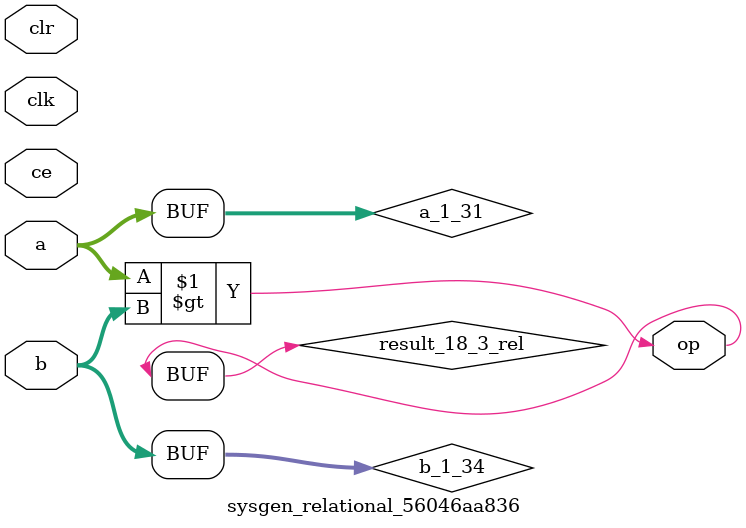
<source format=v>
module sysgen_relational_56046aa836 (
  input [(32 - 1):0] a,
  input [(32 - 1):0] b,
  output [(1 - 1):0] op,
  input clk,
  input ce,
  input clr);
  wire signed [(32 - 1):0] a_1_31;
  wire signed [(32 - 1):0] b_1_34;
  localparam [(1 - 1):0] const_value = 1'b1;
  wire result_18_3_rel;
  assign a_1_31 = a;
  assign b_1_34 = b;
  assign result_18_3_rel = a_1_31 > b_1_34;
  assign op = result_18_3_rel;
endmodule
</source>
